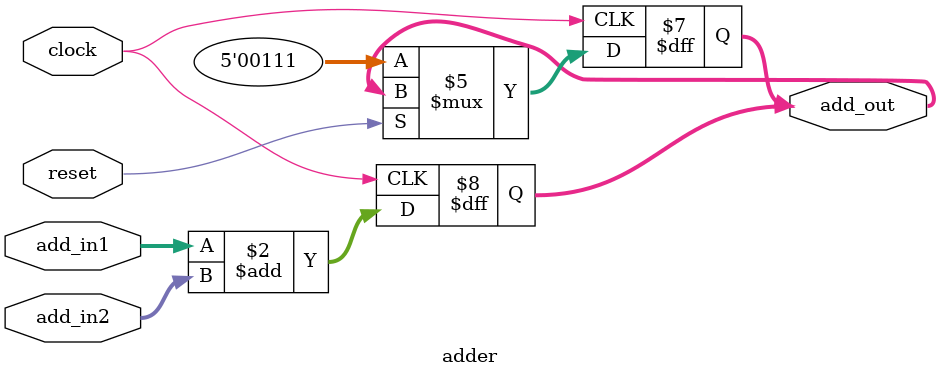
<source format=v>
module adder(clock,reset,add_in1,add_in2,add_out);

input wire clock;
input wire reset;
input wire [3:0] add_in1;
input wire [3:0] add_in2;
output reg [4:0] add_out;

always @(posedge clock)
	begin
		add_out <= add_in1 + add_in2;
	end

always @(posedge clock)
	begin
	if(!reset)
		begin
			add_out <=5'b00111;
		end
	end
endmodule

</source>
